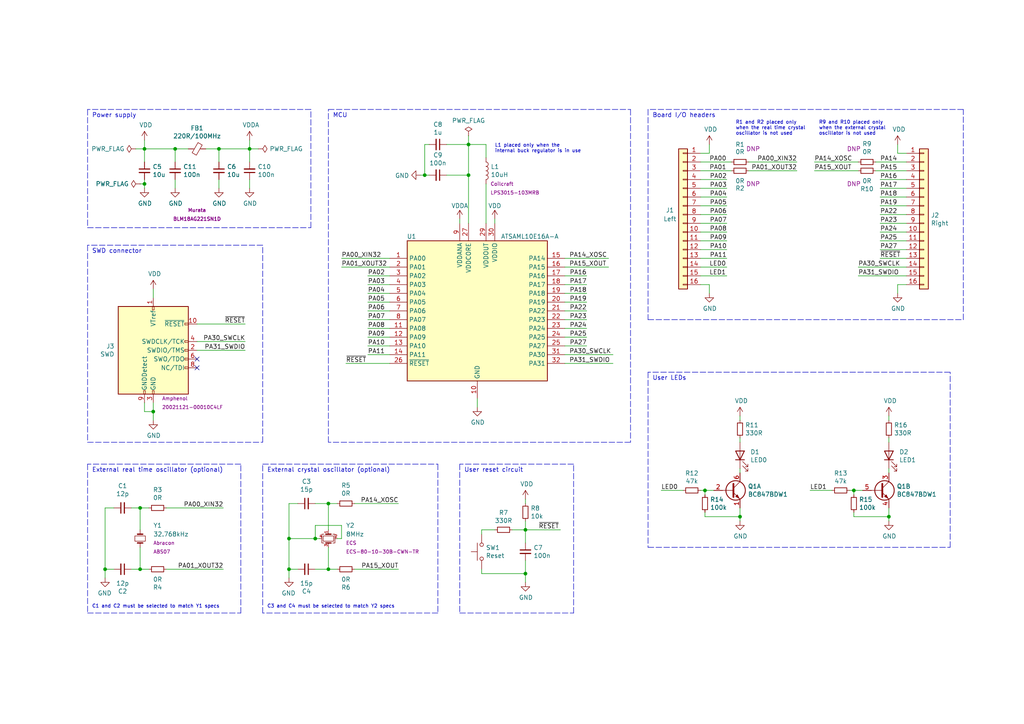
<source format=kicad_sch>
(kicad_sch (version 20211123) (generator eeschema)
  (paper "A4")
  (title_block (title "ATSAML1x Breakout Board") (date "2022-04-02") (rev "A") (comment 1 "Universal breakout board for ATMSAML1x MCUs") (comment 3 "© 2020 Michal Potrzebicz <michal@elevendroids.com>") (comment 4 "License: CC BY-SA 4.0"))
  (lib_symbols
    (symbol "Connector:Conn_ARM_JTAG_SWD_10" (pin_names (offset 1.016))
      (property "Reference" "J" (at -2.54 16.51 0))
      (property "Value" "Conn_ARM_JTAG_SWD_10" (at -2.54 13.97 0))
      (symbol "Conn_ARM_JTAG_SWD_10_0_1"
        (rectangle (start -10.16 12.7) (end 10.16 -12.7) (stroke (width 0.254)) (fill (type background)))
        (rectangle (start -2.794 -12.7) (end -2.286 -11.684))
        (rectangle (start -0.254 -12.7) (end 0.254 -11.684))
        (rectangle (start -0.254 12.7) (end 0.254 11.684))
        (rectangle (start 9.144 2.286) (end 10.16 2.794))
        (rectangle (start 10.16 -2.794) (end 9.144 -2.286))
        (rectangle (start 10.16 -0.254) (end 9.144 0.254))
        (rectangle (start 10.16 7.874) (end 9.144 7.366))
      )
      (symbol "Conn_ARM_JTAG_SWD_10_1_1"
        (rectangle (start 9.144 -5.334) (end 10.16 -4.826))
        (pin power_in line (at 0 15.24 270) (length 2.54) (name "VTref") (number "1"))
        (pin open_collector line (at 12.7 7.62 180) (length 2.54) (name "~{RESET}") (number "10"))
        (pin bidirectional line (at 12.7 0 180) (length 2.54) (name "SWDIO/TMS") (number "2"))
        (pin power_in line (at 0 -15.24 90) (length 2.54) (name "GND") (number "3"))
        (pin output line (at 12.7 2.54 180) (length 2.54) (name "SWDCLK/TCK") (number "4"))
        (pin passive line (at 0 -15.24 90) (length 2.54) hide (name "GND") (number "5"))
        (pin input line (at 12.7 -2.54 180) (length 2.54) (name "SWO/TDO") (number "6"))
        (pin no_connect line (at -10.16 0 0) (length 2.54) hide (name "KEY") (number "7"))
        (pin output line (at 12.7 -5.08 180) (length 2.54) (name "NC/TDI") (number "8"))
        (pin passive line (at -2.54 -15.24 90) (length 2.54) (name "GNDDetect") (number "9"))
      )
    )
    (symbol "Connector_Generic:Conn_01x16" (pin_names (offset 1.016) hide)
      (property "Reference" "J" (at 0 20.32 0))
      (property "Value" "Conn_01x16" (at 0 -22.86 0))
      (symbol "Conn_01x16_1_1"
        (rectangle (start -1.27 -20.193) (end 0 -20.447) (stroke (width 0.1524)))
        (rectangle (start -1.27 -17.653) (end 0 -17.907) (stroke (width 0.1524)))
        (rectangle (start -1.27 -15.113) (end 0 -15.367) (stroke (width 0.1524)))
        (rectangle (start -1.27 -12.573) (end 0 -12.827) (stroke (width 0.1524)))
        (rectangle (start -1.27 -10.033) (end 0 -10.287) (stroke (width 0.1524)))
        (rectangle (start -1.27 -7.493) (end 0 -7.747) (stroke (width 0.1524)))
        (rectangle (start -1.27 -4.953) (end 0 -5.207) (stroke (width 0.1524)))
        (rectangle (start -1.27 -2.413) (end 0 -2.667) (stroke (width 0.1524)))
        (rectangle (start -1.27 0.127) (end 0 -0.127) (stroke (width 0.1524)))
        (rectangle (start -1.27 2.667) (end 0 2.413) (stroke (width 0.1524)))
        (rectangle (start -1.27 5.207) (end 0 4.953) (stroke (width 0.1524)))
        (rectangle (start -1.27 7.747) (end 0 7.493) (stroke (width 0.1524)))
        (rectangle (start -1.27 10.287) (end 0 10.033) (stroke (width 0.1524)))
        (rectangle (start -1.27 12.827) (end 0 12.573) (stroke (width 0.1524)))
        (rectangle (start -1.27 15.367) (end 0 15.113) (stroke (width 0.1524)))
        (rectangle (start -1.27 17.907) (end 0 17.653) (stroke (width 0.1524)))
        (rectangle (start -1.27 19.05) (end 1.27 -21.59) (stroke (width 0.254)) (fill (type background)))
        (pin passive line (at -5.08 17.78 0) (length 3.81) (name "Pin_1") (number "1"))
        (pin passive line (at -5.08 -5.08 0) (length 3.81) (name "Pin_10") (number "10"))
        (pin passive line (at -5.08 -7.62 0) (length 3.81) (name "Pin_11") (number "11"))
        (pin passive line (at -5.08 -10.16 0) (length 3.81) (name "Pin_12") (number "12"))
        (pin passive line (at -5.08 -12.7 0) (length 3.81) (name "Pin_13") (number "13"))
        (pin passive line (at -5.08 -15.24 0) (length 3.81) (name "Pin_14") (number "14"))
        (pin passive line (at -5.08 -17.78 0) (length 3.81) (name "Pin_15") (number "15"))
        (pin passive line (at -5.08 -20.32 0) (length 3.81) (name "Pin_16") (number "16"))
        (pin passive line (at -5.08 15.24 0) (length 3.81) (name "Pin_2") (number "2"))
        (pin passive line (at -5.08 12.7 0) (length 3.81) (name "Pin_3") (number "3"))
        (pin passive line (at -5.08 10.16 0) (length 3.81) (name "Pin_4") (number "4"))
        (pin passive line (at -5.08 7.62 0) (length 3.81) (name "Pin_5") (number "5"))
        (pin passive line (at -5.08 5.08 0) (length 3.81) (name "Pin_6") (number "6"))
        (pin passive line (at -5.08 2.54 0) (length 3.81) (name "Pin_7") (number "7"))
        (pin passive line (at -5.08 0 0) (length 3.81) (name "Pin_8") (number "8"))
        (pin passive line (at -5.08 -2.54 0) (length 3.81) (name "Pin_9") (number "9"))
      )
    )
    (symbol "Device:C_Small" (pin_numbers hide) (pin_names (offset 0.254) hide)
      (property "Reference" "C" (at 0.254 1.778 0))
      (property "Value" "C_Small" (at 0.254 -2.032 0))
      (symbol "C_Small_0_1"
        (polyline (pts (xy -1.524 -0.508) (xy 1.524 -0.508)) (stroke (width 0.3302)))
        (polyline (pts (xy -1.524 0.508) (xy 1.524 0.508)) (stroke (width 0.3048)))
      )
      (symbol "C_Small_1_1"
        (pin passive line (at 0 2.54 270) (length 2.032) (name "~") (number "1"))
        (pin passive line (at 0 -2.54 90) (length 2.032) (name "~") (number "2"))
      )
    )
    (symbol "Device:Crystal_GND24_Small" (pin_names (offset 1.016) hide)
      (property "Reference" "Y" (at 1.27 4.445 0))
      (property "Value" "Crystal_GND24_Small" (at 1.27 2.54 0))
      (symbol "Crystal_GND24_Small_0_1"
        (rectangle (start -0.762 -1.524) (end 0.762 1.524))
        (polyline (pts (xy -1.27 -0.762) (xy -1.27 0.762)) (stroke (width 0.381)))
        (polyline (pts (xy 1.27 -0.762) (xy 1.27 0.762)) (stroke (width 0.381)))
        (polyline (pts (xy -1.27 -1.27) (xy -1.27 -1.905) (xy 1.27 -1.905) (xy 1.27 -1.27)))
        (polyline (pts (xy -1.27 1.27) (xy -1.27 1.905) (xy 1.27 1.905) (xy 1.27 1.27)))
      )
      (symbol "Crystal_GND24_Small_1_1"
        (pin passive line (at -2.54 0 0) (length 1.27) (name "1") (number "1"))
        (pin passive line (at 0 -2.54 90) (length 0.635) (name "2") (number "2"))
        (pin passive line (at 2.54 0 180) (length 1.27) (name "3") (number "3"))
        (pin passive line (at 0 2.54 270) (length 0.635) (name "4") (number "4"))
      )
    )
    (symbol "Device:Crystal_Small" (pin_numbers hide) (pin_names (offset 1.016) hide)
      (property "Reference" "Y" (at 0 2.54 0))
      (property "Value" "Crystal_Small" (at 0 -2.54 0))
      (symbol "Crystal_Small_0_1"
        (rectangle (start -0.762 -1.524) (end 0.762 1.524))
        (polyline (pts (xy -1.27 -0.762) (xy -1.27 0.762)) (stroke (width 0.381)))
        (polyline (pts (xy 1.27 -0.762) (xy 1.27 0.762)) (stroke (width 0.381)))
      )
      (symbol "Crystal_Small_1_1"
        (pin passive line (at -2.54 0 0) (length 1.27) (name "1") (number "1"))
        (pin passive line (at 2.54 0 180) (length 1.27) (name "2") (number "2"))
      )
    )
    (symbol "Device:FerriteBead_Small" (pin_numbers hide) (pin_names (offset 0))
      (property "Reference" "FB" (at 1.905 1.27 0))
      (property "Value" "FerriteBead_Small" (at 1.905 -1.27 0))
      (symbol "FerriteBead_Small_0_1"
        (polyline (pts (xy 0 -1.27) (xy 0 -0.7874)))
        (polyline (pts (xy 0 0.889) (xy 0 1.2954)))
        (polyline (pts (xy -1.8288 0.2794) (xy -1.1176 1.4986) (xy 1.8288 -0.2032) (xy 1.1176 -1.4224) (xy -1.8288 0.2794)))
      )
      (symbol "FerriteBead_Small_1_1"
        (pin passive line (at 0 2.54 270) (length 1.27) (name "~") (number "1"))
        (pin passive line (at 0 -2.54 90) (length 1.27) (name "~") (number "2"))
      )
    )
    (symbol "Device:L" (pin_numbers hide) (pin_names (offset 1.016) hide)
      (property "Reference" "L" (at -1.27 0 90))
      (property "Value" "L" (at 1.905 0 90))
      (symbol "L_0_1"
        (arc (start 0 -2.54) (mid 0.635 -1.905) (end 0 -1.27))
        (arc (start 0 -1.27) (mid 0.635 -0.635) (end 0 0))
        (arc (start 0 0) (mid 0.635 0.635) (end 0 1.27))
        (arc (start 0 1.27) (mid 0.635 1.905) (end 0 2.54))
      )
      (symbol "L_1_1"
        (pin passive line (at 0 3.81 270) (length 1.27) (name "1") (number "1"))
        (pin passive line (at 0 -3.81 90) (length 1.27) (name "2") (number "2"))
      )
    )
    (symbol "Device:LED" (pin_numbers hide) (pin_names (offset 1.016) hide)
      (property "Reference" "D" (at 0 2.54 0))
      (property "Value" "LED" (at 0 -2.54 0))
      (symbol "LED_0_1"
        (polyline (pts (xy -1.27 -1.27) (xy -1.27 1.27)) (stroke (width 0.254)))
        (polyline (pts (xy -1.27 0) (xy 1.27 0)))
        (polyline (pts (xy 1.27 -1.27) (xy 1.27 1.27) (xy -1.27 0) (xy 1.27 -1.27)) (stroke (width 0.254)))
        (polyline (pts (xy -3.048 -0.762) (xy -4.572 -2.286) (xy -3.81 -2.286) (xy -4.572 -2.286) (xy -4.572 -1.524)))
        (polyline (pts (xy -1.778 -0.762) (xy -3.302 -2.286) (xy -2.54 -2.286) (xy -3.302 -2.286) (xy -3.302 -1.524)))
      )
      (symbol "LED_1_1"
        (pin passive line (at -3.81 0 0) (length 2.54) (name "K") (number "1"))
        (pin passive line (at 3.81 0 180) (length 2.54) (name "A") (number "2"))
      )
    )
    (symbol "Device:R_Small" (pin_numbers hide) (pin_names (offset 0.254) hide)
      (property "Reference" "R" (at 0.762 0.508 0))
      (property "Value" "R_Small" (at 0.762 -1.016 0))
      (symbol "R_Small_0_1"
        (rectangle (start -0.762 1.778) (end 0.762 -1.778) (stroke (width 0.2032)))
      )
      (symbol "R_Small_1_1"
        (pin passive line (at 0 2.54 270) (length 0.762) (name "~") (number "1"))
        (pin passive line (at 0 -2.54 90) (length 0.762) (name "~") (number "2"))
      )
    )
    (symbol "Elevendroids_MCU_Microchip:ATSAML10E16A-A"
      (property "Reference" "U" (at -17.78 22.86 0))
      (property "Value" "ATSAML10E16A-A" (at -12.7 -22.86 0))
      (symbol "ATSAML10E16A-A_0_1"
        (rectangle (start -20.32 20.32) (end 20.32 -20.32) (stroke (width 0.254)) (fill (type background)))
      )
      (symbol "ATSAML10E16A-A_1_1"
        (pin bidirectional line (at -25.4 15.24 0) (length 5.08) (name "PA00") (number "1"))
        (pin power_in line (at 0 -25.4 90) (length 5.08) (name "GND") (number "10"))
        (pin bidirectional line (at -25.4 -5.08 0) (length 5.08) (name "PA08") (number "11"))
        (pin bidirectional line (at -25.4 -7.62 0) (length 5.08) (name "PA09") (number "12"))
        (pin bidirectional line (at -25.4 -10.16 0) (length 5.08) (name "PA10") (number "13"))
        (pin bidirectional line (at -25.4 -12.7 0) (length 5.08) (name "PA11") (number "14"))
        (pin bidirectional line (at 25.4 15.24 180) (length 5.08) (name "PA14") (number "15"))
        (pin bidirectional line (at 25.4 12.7 180) (length 5.08) (name "PA15") (number "16"))
        (pin bidirectional line (at 25.4 10.16 180) (length 5.08) (name "PA16") (number "17"))
        (pin bidirectional line (at 25.4 7.62 180) (length 5.08) (name "PA17") (number "18"))
        (pin bidirectional line (at 25.4 5.08 180) (length 5.08) (name "PA18") (number "19"))
        (pin bidirectional line (at -25.4 12.7 0) (length 5.08) (name "PA01") (number "2"))
        (pin bidirectional line (at 25.4 2.54 180) (length 5.08) (name "PA19") (number "20"))
        (pin bidirectional line (at 25.4 0 180) (length 5.08) (name "PA22") (number "21"))
        (pin bidirectional line (at 25.4 -2.54 180) (length 5.08) (name "PA23") (number "22"))
        (pin bidirectional line (at 25.4 -5.08 180) (length 5.08) (name "PA24") (number "23"))
        (pin bidirectional line (at 25.4 -7.62 180) (length 5.08) (name "PA25") (number "24"))
        (pin bidirectional line (at 25.4 -10.16 180) (length 5.08) (name "PA27") (number "25"))
        (pin input line (at -25.4 -15.24 0) (length 5.08) (name "~{RESET}") (number "26"))
        (pin power_in line (at -2.54 25.4 270) (length 5.08) (name "VDDCORE") (number "27"))
        (pin passive line (at 0 -25.4 90) (length 5.08) hide (name "GND") (number "28"))
        (pin power_out line (at 2.54 25.4 270) (length 5.08) (name "VDDOUT") (number "29"))
        (pin bidirectional line (at -25.4 10.16 0) (length 5.08) (name "PA02") (number "3"))
        (pin power_in line (at 5.08 25.4 270) (length 5.08) (name "VDDIO") (number "30"))
        (pin bidirectional line (at 25.4 -12.7 180) (length 5.08) (name "PA30") (number "31"))
        (pin bidirectional line (at 25.4 -15.24 180) (length 5.08) (name "PA31") (number "32"))
        (pin bidirectional line (at -25.4 7.62 0) (length 5.08) (name "PA03") (number "4"))
        (pin bidirectional line (at -25.4 5.08 0) (length 5.08) (name "PA04") (number "5"))
        (pin bidirectional line (at -25.4 2.54 0) (length 5.08) (name "PA05") (number "6"))
        (pin bidirectional line (at -25.4 0 0) (length 5.08) (name "PA06") (number "7"))
        (pin bidirectional line (at -25.4 -2.54 0) (length 5.08) (name "PA07") (number "8"))
        (pin power_in line (at -5.08 25.4 270) (length 5.08) (name "VDDANA") (number "9"))
      )
    )
    (symbol "Switch:SW_Push" (pin_numbers hide) (pin_names (offset 1.016) hide)
      (property "Reference" "SW" (at 1.27 2.54 0))
      (property "Value" "SW_Push" (at 0 -1.524 0))
      (symbol "SW_Push_0_1"
        (circle (center -2.032 0) (radius 0.508))
        (polyline (pts (xy 0 1.27) (xy 0 3.048)))
        (polyline (pts (xy 2.54 1.27) (xy -2.54 1.27)))
        (circle (center 2.032 0) (radius 0.508))
        (pin passive line (at -5.08 0 0) (length 2.54) (name "1") (number "1"))
        (pin passive line (at 5.08 0 180) (length 2.54) (name "2") (number "2"))
      )
    )
    (symbol "Transistor_BJT:BC847BDW1" (pin_names (offset 0) hide)
      (property "Reference" "Q" (at 5.08 1.27 0))
      (property "Value" "BC847BDW1" (at 5.08 -1.27 0))
      (symbol "BC847BDW1_0_1"
        (polyline (pts (xy 0.635 0) (xy -2.54 0)))
        (polyline (pts (xy 0.635 0.635) (xy 2.54 2.54)))
        (polyline (pts (xy 0.635 -0.635) (xy 2.54 -2.54) (xy 2.54 -2.54)))
        (polyline (pts (xy 0.635 1.905) (xy 0.635 -1.905) (xy 0.635 -1.905)) (stroke (width 0.508)))
        (polyline (pts (xy 1.27 -1.778) (xy 1.778 -1.27) (xy 2.286 -2.286) (xy 1.27 -1.778) (xy 1.27 -1.778)) (fill (type outline)))
        (circle (center 1.27 0) (radius 2.8194) (stroke (width 0.254)))
      )
      (symbol "BC847BDW1_1_1"
        (pin passive line (at 2.54 -5.08 90) (length 2.54) (name "E1") (number "1"))
        (pin input line (at -5.08 0 0) (length 2.54) (name "B1") (number "2"))
        (pin passive line (at 2.54 5.08 270) (length 2.54) (name "C1") (number "6"))
      )
      (symbol "BC847BDW1_2_1"
        (pin passive line (at 2.54 5.08 270) (length 2.54) (name "C2") (number "3"))
        (pin passive line (at 2.54 -5.08 90) (length 2.54) (name "E2") (number "4"))
        (pin input line (at -5.08 0 0) (length 2.54) (name "B2") (number "5"))
      )
    )
    (symbol "power:GND" (power) (pin_names (offset 0))
      (property "Value" "GND" (at 0 -3.81 0))
      (symbol "GND_0_1"
        (polyline (pts (xy 0 0) (xy 0 -1.27) (xy 1.27 -1.27) (xy 0 -2.54) (xy -1.27 -1.27) (xy 0 -1.27)))
      )
      (symbol "GND_1_1"
        (pin power_in line (at 0 0 270) (length 0) hide (name "GND") (number "1"))
      )
    )
    (symbol "power:PWR_FLAG" (power) (pin_numbers hide) (pin_names (offset 0) hide)
      (property "Value" "PWR_FLAG" (at 0 3.81 0))
      (symbol "PWR_FLAG_0_0"
        (pin power_out line (at 0 0 90) (length 0) (name "pwr") (number "1"))
      )
      (symbol "PWR_FLAG_0_1"
        (polyline (pts (xy 0 0) (xy 0 1.27) (xy -1.016 1.905) (xy 0 2.54) (xy 1.016 1.905) (xy 0 1.27)))
      )
    )
    (symbol "power:VDD" (power) (pin_names (offset 0))
      (property "Value" "VDD" (at 0 3.81 0))
      (symbol "VDD_0_1"
        (polyline (pts (xy -0.762 1.27) (xy 0 2.54)))
        (polyline (pts (xy 0 0) (xy 0 2.54)))
        (polyline (pts (xy 0 2.54) (xy 0.762 1.27)))
      )
      (symbol "VDD_1_1"
        (pin power_in line (at 0 0 90) (length 0) hide (name "VDD") (number "1"))
      )
    )
    (symbol "power:VDDA" (power) (pin_names (offset 0))
      (property "Value" "VDDA" (at 0 3.81 0))
      (symbol "VDDA_0_1"
        (polyline (pts (xy -0.762 1.27) (xy 0 2.54)))
        (polyline (pts (xy 0 0) (xy 0 2.54)))
        (polyline (pts (xy 0 2.54) (xy 0.762 1.27)))
      )
      (symbol "VDDA_1_1"
        (pin power_in line (at 0 0 90) (length 0) hide (name "VDDA") (number "1"))
      )
    )
  )
  (junction (at 135.89 50.8))
  (junction (at 40.64 147.32))
  (junction (at 91.44 156.21))
  (junction (at 135.89 41.91))
  (junction (at 95.25 165.1))
  (junction (at 72.39 43.18))
  (junction (at 30.48 165.1))
  (junction (at 83.82 156.21))
  (junction (at 95.25 146.05))
  (junction (at 44.45 119.38))
  (junction (at 257.81 149.86))
  (junction (at 152.4 166.37))
  (junction (at 83.82 165.1))
  (junction (at 41.91 53.34))
  (junction (at 41.91 43.18))
  (junction (at 204.47 142.24))
  (junction (at 247.65 142.24))
  (junction (at 50.8 43.18))
  (junction (at 214.63 149.86))
  (junction (at 63.5 43.18))
  (junction (at 40.64 165.1))
  (junction (at 123.19 50.8))
  (junction (at 152.4 153.67))
  (no_connect (at 57.15 104.14))
  (no_connect (at 57.15 106.68))
  (polyline (pts (xy 275.59 158.75) (xy 275.59 107.95)))
  (wire (pts (xy 203.2 142.24) (xy 204.47 142.24)))
  (wire (pts (xy 247.65 148.59) (xy 247.65 149.86)))
  (polyline (pts (xy 25.4 128.27) (xy 76.2 128.27)))
  (wire (pts (xy 113.03 85.09) (xy 106.68 85.09)))
  (polyline (pts (xy 187.96 158.75) (xy 275.59 158.75)))
  (wire (pts (xy 139.7 153.67) (xy 143.51 153.67)))
  (wire (pts (xy 214.63 147.32) (xy 214.63 149.86)))
  (wire (pts (xy 74.93 43.18) (xy 72.39 43.18)))
  (wire (pts (xy 262.89 72.39) (xy 255.27 72.39)))
  (wire (pts (xy 262.89 49.53) (xy 254 49.53)))
  (wire (pts (xy 262.89 64.77) (xy 255.27 64.77)))
  (wire (pts (xy 97.79 156.21) (xy 99.06 156.21)))
  (wire (pts (xy 203.2 67.31) (xy 210.82 67.31)))
  (wire (pts (xy 140.97 53.34) (xy 140.97 64.77)))
  (wire (pts (xy 63.5 52.07) (xy 63.5 54.61)))
  (wire (pts (xy 163.83 95.25) (xy 170.18 95.25)))
  (wire (pts (xy 163.83 105.41) (xy 177.8 105.41)))
  (wire (pts (xy 262.89 74.93) (xy 255.27 74.93)))
  (polyline (pts (xy 76.2 71.12) (xy 25.4 71.12)))
  (wire (pts (xy 262.89 67.31) (xy 255.27 67.31)))
  (polyline (pts (xy 133.35 134.62) (xy 133.35 177.8)))
  (wire (pts (xy 54.61 43.18) (xy 50.8 43.18)))
  (wire (pts (xy 113.03 97.79) (xy 106.68 97.79)))
  (wire (pts (xy 260.35 82.55) (xy 260.35 85.09)))
  (wire (pts (xy 260.35 44.45) (xy 262.89 44.45)))
  (wire (pts (xy 83.82 156.21) (xy 91.44 156.21)))
  (wire (pts (xy 135.89 50.8) (xy 135.89 41.91)))
  (wire (pts (xy 50.8 43.18) (xy 41.91 43.18)))
  (wire (pts (xy 41.91 52.07) (xy 41.91 53.34)))
  (wire (pts (xy 121.92 50.8) (xy 123.19 50.8)))
  (wire (pts (xy 247.65 149.86) (xy 257.81 149.86)))
  (wire (pts (xy 97.79 146.05) (xy 95.25 146.05)))
  (wire (pts (xy 203.2 59.69) (xy 210.82 59.69)))
  (wire (pts (xy 214.63 135.89) (xy 214.63 137.16)))
  (wire (pts (xy 39.37 43.18) (xy 41.91 43.18)))
  (wire (pts (xy 204.47 142.24) (xy 207.01 142.24)))
  (polyline (pts (xy 69.85 134.62) (xy 25.4 134.62)))
  (wire (pts (xy 214.63 149.86) (xy 214.63 151.13)))
  (wire (pts (xy 262.89 62.23) (xy 255.27 62.23)))
  (wire (pts (xy 41.91 119.38) (xy 44.45 119.38)))
  (wire (pts (xy 113.03 90.17) (xy 106.68 90.17)))
  (wire (pts (xy 163.83 85.09) (xy 170.18 85.09)))
  (wire (pts (xy 99.06 152.4) (xy 91.44 152.4)))
  (wire (pts (xy 40.64 165.1) (xy 38.1 165.1)))
  (wire (pts (xy 123.19 50.8) (xy 124.46 50.8)))
  (wire (pts (xy 246.38 142.24) (xy 247.65 142.24)))
  (wire (pts (xy 72.39 46.99) (xy 72.39 43.18)))
  (wire (pts (xy 63.5 43.18) (xy 63.5 46.99)))
  (wire (pts (xy 95.25 153.67) (xy 95.25 146.05)))
  (polyline (pts (xy 25.4 134.62) (xy 25.4 177.8)))
  (polyline (pts (xy 187.96 92.71) (xy 279.4 92.71)))
  (wire (pts (xy 214.63 127) (xy 214.63 128.27)))
  (wire (pts (xy 248.92 46.99) (xy 236.22 46.99)))
  (wire (pts (xy 113.03 102.87) (xy 106.68 102.87)))
  (wire (pts (xy 50.8 52.07) (xy 50.8 54.61)))
  (wire (pts (xy 262.89 54.61) (xy 255.27 54.61)))
  (wire (pts (xy 41.91 40.64) (xy 41.91 43.18)))
  (wire (pts (xy 203.2 72.39) (xy 210.82 72.39)))
  (wire (pts (xy 41.91 116.84) (xy 41.91 119.38)))
  (wire (pts (xy 257.81 127) (xy 257.81 128.27)))
  (wire (pts (xy 257.81 135.89) (xy 257.81 137.16)))
  (wire (pts (xy 43.18 165.1) (xy 40.64 165.1)))
  (wire (pts (xy 257.81 147.32) (xy 257.81 149.86)))
  (wire (pts (xy 163.83 82.55) (xy 170.18 82.55)))
  (wire (pts (xy 33.02 165.1) (xy 30.48 165.1)))
  (wire (pts (xy 95.25 146.05) (xy 91.44 146.05)))
  (wire (pts (xy 198.12 142.24) (xy 191.77 142.24)))
  (wire (pts (xy 241.3 142.24) (xy 234.95 142.24)))
  (wire (pts (xy 40.64 147.32) (xy 43.18 147.32)))
  (wire (pts (xy 203.2 74.93) (xy 210.82 74.93)))
  (polyline (pts (xy 133.35 177.8) (xy 166.37 177.8)))
  (wire (pts (xy 203.2 49.53) (xy 212.09 49.53)))
  (wire (pts (xy 152.4 153.67) (xy 162.56 153.67)))
  (wire (pts (xy 152.4 162.56) (xy 152.4 166.37)))
  (wire (pts (xy 113.03 100.33) (xy 106.68 100.33)))
  (wire (pts (xy 102.87 146.05) (xy 115.57 146.05)))
  (wire (pts (xy 135.89 64.77) (xy 135.89 50.8)))
  (wire (pts (xy 113.03 105.41) (xy 100.33 105.41)))
  (wire (pts (xy 163.83 80.01) (xy 170.18 80.01)))
  (wire (pts (xy 217.17 49.53) (xy 231.14 49.53)))
  (wire (pts (xy 95.25 165.1) (xy 95.25 158.75)))
  (wire (pts (xy 262.89 57.15) (xy 255.27 57.15)))
  (wire (pts (xy 133.35 63.5) (xy 133.35 64.77)))
  (wire (pts (xy 124.46 41.91) (xy 123.19 41.91)))
  (wire (pts (xy 203.2 82.55) (xy 205.74 82.55)))
  (wire (pts (xy 262.89 82.55) (xy 260.35 82.55)))
  (wire (pts (xy 203.2 64.77) (xy 210.82 64.77)))
  (wire (pts (xy 214.63 120.65) (xy 214.63 121.92)))
  (wire (pts (xy 72.39 40.64) (xy 72.39 43.18)))
  (wire (pts (xy 163.83 102.87) (xy 177.8 102.87)))
  (wire (pts (xy 152.4 144.78) (xy 152.4 146.05)))
  (wire (pts (xy 138.43 115.57) (xy 138.43 118.11)))
  (wire (pts (xy 86.36 146.05) (xy 83.82 146.05)))
  (wire (pts (xy 203.2 69.85) (xy 210.82 69.85)))
  (wire (pts (xy 257.81 120.65) (xy 257.81 121.92)))
  (wire (pts (xy 97.79 165.1) (xy 95.25 165.1)))
  (wire (pts (xy 152.4 153.67) (xy 152.4 151.13)))
  (wire (pts (xy 163.83 97.79) (xy 170.18 97.79)))
  (wire (pts (xy 44.45 116.84) (xy 44.45 119.38)))
  (wire (pts (xy 113.03 87.63) (xy 106.68 87.63)))
  (polyline (pts (xy 127 177.8) (xy 76.2 177.8)))
  (wire (pts (xy 247.65 143.51) (xy 247.65 142.24)))
  (polyline (pts (xy 166.37 134.62) (xy 133.35 134.62)))
  (wire (pts (xy 204.47 143.51) (xy 204.47 142.24)))
  (wire (pts (xy 262.89 59.69) (xy 255.27 59.69)))
  (wire (pts (xy 135.89 41.91) (xy 129.54 41.91)))
  (wire (pts (xy 57.15 93.98) (xy 71.12 93.98)))
  (polyline (pts (xy 279.4 92.71) (xy 279.4 31.75)))
  (wire (pts (xy 44.45 119.38) (xy 44.45 121.92)))
  (wire (pts (xy 57.15 101.6) (xy 71.12 101.6)))
  (polyline (pts (xy 25.4 66.04) (xy 90.17 66.04)))
  (wire (pts (xy 143.51 63.5) (xy 143.51 64.77)))
  (wire (pts (xy 203.2 46.99) (xy 212.09 46.99)))
  (wire (pts (xy 262.89 69.85) (xy 255.27 69.85)))
  (wire (pts (xy 30.48 147.32) (xy 33.02 147.32)))
  (wire (pts (xy 163.83 90.17) (xy 170.18 90.17)))
  (wire (pts (xy 203.2 57.15) (xy 210.82 57.15)))
  (wire (pts (xy 257.81 149.86) (xy 257.81 151.13)))
  (wire (pts (xy 91.44 165.1) (xy 95.25 165.1)))
  (wire (pts (xy 113.03 82.55) (xy 106.68 82.55)))
  (wire (pts (xy 254 46.99) (xy 262.89 46.99)))
  (polyline (pts (xy 166.37 177.8) (xy 166.37 134.62)))
  (wire (pts (xy 91.44 156.21) (xy 92.71 156.21)))
  (wire (pts (xy 40.64 53.34) (xy 41.91 53.34)))
  (wire (pts (xy 102.87 165.1) (xy 115.57 165.1)))
  (wire (pts (xy 203.2 80.01) (xy 210.82 80.01)))
  (wire (pts (xy 135.89 41.91) (xy 140.97 41.91)))
  (polyline (pts (xy 182.88 31.75) (xy 182.88 128.27)))
  (wire (pts (xy 203.2 52.07) (xy 210.82 52.07)))
  (polyline (pts (xy 76.2 128.27) (xy 76.2 71.12)))
  (wire (pts (xy 247.65 142.24) (xy 250.19 142.24)))
  (wire (pts (xy 123.19 41.91) (xy 123.19 50.8)))
  (wire (pts (xy 83.82 146.05) (xy 83.82 156.21)))
  (wire (pts (xy 86.36 165.1) (xy 83.82 165.1)))
  (wire (pts (xy 91.44 152.4) (xy 91.44 156.21)))
  (wire (pts (xy 248.92 49.53) (xy 236.22 49.53)))
  (wire (pts (xy 40.64 153.67) (xy 40.64 147.32)))
  (wire (pts (xy 83.82 156.21) (xy 83.82 165.1)))
  (wire (pts (xy 204.47 149.86) (xy 214.63 149.86)))
  (wire (pts (xy 48.26 147.32) (xy 64.77 147.32)))
  (wire (pts (xy 163.83 87.63) (xy 170.18 87.63)))
  (wire (pts (xy 41.91 46.99) (xy 41.91 43.18)))
  (polyline (pts (xy 95.25 31.75) (xy 182.88 31.75)))
  (wire (pts (xy 30.48 167.64) (xy 30.48 165.1)))
  (polyline (pts (xy 25.4 71.12) (xy 25.4 128.27)))
  (wire (pts (xy 44.45 83.82) (xy 44.45 86.36)))
  (wire (pts (xy 205.74 41.91) (xy 205.74 44.45)))
  (wire (pts (xy 40.64 147.32) (xy 38.1 147.32)))
  (wire (pts (xy 113.03 80.01) (xy 106.68 80.01)))
  (polyline (pts (xy 127 134.62) (xy 127 177.8)))
  (wire (pts (xy 205.74 44.45) (xy 203.2 44.45)))
  (wire (pts (xy 83.82 165.1) (xy 83.82 167.64)))
  (wire (pts (xy 113.03 77.47) (xy 99.06 77.47)))
  (polyline (pts (xy 182.88 128.27) (xy 95.25 128.27)))
  (wire (pts (xy 113.03 92.71) (xy 106.68 92.71)))
  (wire (pts (xy 41.91 53.34) (xy 41.91 54.61)))
  (wire (pts (xy 59.69 43.18) (xy 63.5 43.18)))
  (polyline (pts (xy 69.85 177.8) (xy 69.85 134.62)))
  (polyline (pts (xy 76.2 134.62) (xy 127 134.62)))
  (wire (pts (xy 50.8 46.99) (xy 50.8 43.18)))
  (wire (pts (xy 205.74 82.55) (xy 205.74 85.09)))
  (polyline (pts (xy 275.59 107.95) (xy 187.96 107.95)))
  (wire (pts (xy 163.83 74.93) (xy 176.53 74.93)))
  (wire (pts (xy 72.39 54.61) (xy 72.39 52.07)))
  (wire (pts (xy 135.89 39.37) (xy 135.89 41.91)))
  (wire (pts (xy 63.5 43.18) (xy 72.39 43.18)))
  (wire (pts (xy 57.15 99.06) (xy 71.12 99.06)))
  (polyline (pts (xy 187.96 107.95) (xy 187.96 158.75)))
  (wire (pts (xy 163.83 92.71) (xy 170.18 92.71)))
  (wire (pts (xy 129.54 50.8) (xy 135.89 50.8)))
  (wire (pts (xy 262.89 80.01) (xy 248.92 80.01)))
  (wire (pts (xy 163.83 77.47) (xy 176.53 77.47)))
  (wire (pts (xy 262.89 52.07) (xy 255.27 52.07)))
  (wire (pts (xy 217.17 46.99) (xy 231.14 46.99)))
  (wire (pts (xy 30.48 165.1) (xy 30.48 147.32)))
  (wire (pts (xy 139.7 154.94) (xy 139.7 153.67)))
  (wire (pts (xy 163.83 100.33) (xy 170.18 100.33)))
  (wire (pts (xy 113.03 74.93) (xy 99.06 74.93)))
  (wire (pts (xy 203.2 77.47) (xy 210.82 77.47)))
  (wire (pts (xy 203.2 54.61) (xy 210.82 54.61)))
  (polyline (pts (xy 25.4 177.8) (xy 69.85 177.8)))
  (wire (pts (xy 139.7 166.37) (xy 152.4 166.37)))
  (wire (pts (xy 204.47 148.59) (xy 204.47 149.86)))
  (wire (pts (xy 40.64 165.1) (xy 40.64 158.75)))
  (wire (pts (xy 113.03 95.25) (xy 106.68 95.25)))
  (polyline (pts (xy 90.17 31.75) (xy 25.4 31.75)))
  (polyline (pts (xy 279.4 31.75) (xy 187.96 31.75)))
  (wire (pts (xy 139.7 165.1) (xy 139.7 166.37)))
  (wire (pts (xy 148.59 153.67) (xy 152.4 153.67)))
  (wire (pts (xy 99.06 156.21) (xy 99.06 152.4)))
  (wire (pts (xy 140.97 41.91) (xy 140.97 45.72)))
  (wire (pts (xy 48.26 165.1) (xy 64.77 165.1)))
  (wire (pts (xy 152.4 153.67) (xy 152.4 157.48)))
  (wire (pts (xy 262.89 77.47) (xy 248.92 77.47)))
  (wire (pts (xy 152.4 166.37) (xy 152.4 168.91)))
  (polyline (pts (xy 90.17 66.04) (xy 90.17 31.75)))
  (polyline (pts (xy 76.2 177.8) (xy 76.2 134.62)))
  (polyline (pts (xy 95.25 128.27) (xy 95.25 31.75)))
  (wire (pts (xy 203.2 62.23) (xy 210.82 62.23)))
  (polyline (pts (xy 25.4 31.75) (xy 25.4 66.04)))
  (polyline (pts (xy 187.96 31.75) (xy 187.96 92.71)))
  (wire (pts (xy 260.35 41.91) (xy 260.35 44.45)))
  (text "L1 placed only when the\ninternal buck regulator is in use" (at 143.51 44.45 0) (effects (font (size 0.9906 0.9906)) (justify left bottom)))
  (text "MCU" (at 96.52 34.29 0) (effects (font (size 1.27 1.27)) (justify left bottom)))
  (text "Power supply" (at 26.67 34.29 0) (effects (font (size 1.27 1.27)) (justify left bottom)))
  (text "User LEDs" (at 189.23 110.49 0) (effects (font (size 1.27 1.27)) (justify left bottom)))
  (text "C3 and C4 must be selected to match Y2 specs" (at 77.47 176.53 0) (effects (font (size 0.9906 0.9906)) (justify left bottom)))
  (text "SWD connector" (at 26.67 73.66 0) (effects (font (size 1.27 1.27)) (justify left bottom)))
  (text "User reset circuit" (at 134.62 137.16 0) (effects (font (size 1.27 1.27)) (justify left bottom)))
  (text "Board I/O headers" (at 189.23 34.29 0) (effects (font (size 1.27 1.27)) (justify left bottom)))
  (text "R1 and R2 placed only\nwhen the real time crystal\noscillator is not used" (at 213.36 39.37 0) (effects (font (size 0.9906 0.9906)) (justify left bottom)))
  (text "C1 and C2 must be selected to match Y1 specs" (at 26.67 176.53 0) (effects (font (size 0.9906 0.9906)) (justify left bottom)))
  (text "R9 and R10 placed only\nwhen the external crystal\noscillator is not used" (at 237.49 39.37 0) (effects (font (size 0.9906 0.9906)) (justify left bottom)))
  (text "External real time oscillator (optional)" (at 26.67 137.16 0) (effects (font (size 1.27 1.27)) (justify left bottom)))
  (text "External crystal oscillator (optional)" (at 77.47 137.16 0) (effects (font (size 1.27 1.27)) (justify left bottom)))
  (label "PA08" (at 210.82 67.31 180))
  (label "PA07" (at 210.82 64.77 180))
  (label "PA15_XOUT" (at 236.22 49.53 0))
  (label "PA04" (at 210.82 57.15 180))
  (label "PA15_XOUT" (at 165.1 77.47 0))
  (label "PA16" (at 255.27 52.07 0))
  (label "PA00_XIN32" (at 64.77 147.32 180))
  (label "PA10" (at 106.68 100.33 0))
  (label "PA31_SWDIO" (at 71.12 101.6 180))
  (label "PA25" (at 170.18 97.79 180))
  (label "PA09" (at 210.82 69.85 180))
  (label "PA02" (at 106.68 80.01 0))
  (label "PA03" (at 210.82 54.61 180))
  (label "PA01" (at 205.74 49.53 0))
  (label "LED1" (at 205.74 80.01 0))
  (label "PA00" (at 205.74 46.99 0))
  (label "~{RESET}" (at 71.12 93.98 180))
  (label "PA25" (at 255.27 69.85 0))
  (label "~{RESET}" (at 100.33 105.41 0))
  (label "PA06" (at 106.68 90.17 0))
  (label "~{RESET}" (at 255.27 74.93 0))
  (label "PA01_XOUT32" (at 99.06 77.47 0))
  (label "PA24" (at 170.18 95.25 180))
  (label "PA22" (at 255.27 62.23 0))
  (label "PA31_SWDIO" (at 165.1 105.41 0))
  (label "PA27" (at 170.18 100.33 180))
  (label "PA07" (at 106.68 92.71 0))
  (label "PA09" (at 106.68 97.79 0))
  (label "PA04" (at 106.68 85.09 0))
  (label "PA17" (at 170.18 82.55 180))
  (label "PA15_XOUT" (at 115.57 165.1 180))
  (label "PA00_XIN32" (at 99.06 74.93 0))
  (label "PA02" (at 210.82 52.07 180))
  (label "PA11" (at 210.82 74.93 180))
  (label "PA31_SWDIO" (at 248.92 80.01 0))
  (label "PA05" (at 106.68 87.63 0))
  (label "PA27" (at 255.27 72.39 0))
  (label "PA22" (at 170.18 90.17 180))
  (label "PA08" (at 106.68 95.25 0))
  (label "PA23" (at 170.18 92.71 180))
  (label "PA14_XOSC" (at 165.1 74.93 0))
  (label "LED0" (at 205.74 77.47 0))
  (label "PA10" (at 210.82 72.39 180))
  (label "PA30_SWCLK" (at 248.92 77.47 0))
  (label "PA01_XOUT32" (at 231.14 49.53 180))
  (label "LED1" (at 234.95 142.24 0))
  (label "PA06" (at 210.82 62.23 180))
  (label "PA14_XOSC" (at 236.22 46.99 0))
  (label "PA15" (at 255.27 49.53 0))
  (label "PA16" (at 170.18 80.01 180))
  (label "PA14" (at 255.27 46.99 0))
  (label "PA11" (at 106.68 102.87 0))
  (label "PA05" (at 210.82 59.69 180))
  (label "PA30_SWCLK" (at 165.1 102.87 0))
  (label "PA14_XOSC" (at 115.57 146.05 180))
  (label "~{RESET}" (at 156.21 153.67 0))
  (label "PA00_XIN32" (at 231.14 46.99 180))
  (label "PA19" (at 170.18 87.63 180))
  (label "PA18" (at 170.18 85.09 180))
  (label "PA24" (at 255.27 67.31 0))
  (label "PA23" (at 255.27 64.77 0))
  (label "LED0" (at 191.77 142.24 0))
  (label "PA19" (at 255.27 59.69 0))
  (label "PA01_XOUT32" (at 64.77 165.1 180))
  (label "PA18" (at 255.27 57.15 0))
  (label "PA03" (at 106.68 82.55 0))
  (label "PA17" (at 255.27 54.61 0))
  (label "PA30_SWCLK" (at 71.12 99.06 180))
  (symbol (lib_id "Elevendroids_MCU_Microchip:ATSAML10E16A-A") (at 138.43 90.17 0) (unit 1)
    (property "Reference" "U1" (at 119.38 68.58 0))
    (property "Value" "ATSAML10E16A-A" (at 153.67 68.58 0))
    (property "Footprint" "Package_QFP:TQFP-32_7x7mm_P0.8mm" (effects hide))
    (property "Datasheet" "http://ww1.microchip.com/downloads/en/DeviceDoc/SAM-L10L11-Family-DataSheet-DS60001513F.pdf" (effects hide))
  )
  (symbol (lib_id "Connector:Conn_ARM_JTAG_SWD_10") (at 44.45 101.6 0) (unit 1)
    (property "Reference" "J3" (at 33.1978 100.4316 0) (effects (justify right)))
    (property "Value" "SWD" (at 33.1978 102.743 0) (effects (justify right)))
    (property "Footprint" "Connector_PinHeader_1.27mm:PinHeader_2x05_P1.27mm_Vertical_SMD" (effects hide))
    (property "Datasheet" "http://infocenter.arm.com/help/topic/com.arm.doc.ddi0314h/DDI0314H_coresight_components_trm.pdf" (effects hide))
    (property "MFR" "Amphenol" (at 46.99 115.57 0) (effects (font (size 1.016 1.016)) (justify left)))
    (property "MPN" "20021121-00010C4LF" (at 46.99 118.11 0) (effects (font (size 1.016 1.016)) (justify left)))
  )
  (symbol (lib_id "power:GND") (at 44.45 121.92 0) (unit 1)
    (property "Reference" "#PWR020" (effects hide))
    (property "Value" "GND" (at 44.577 126.3142 0))
  )
  (symbol (lib_id "power:VDD") (at 44.45 83.82 0) (unit 1)
    (property "Reference" "#PWR019" (effects hide))
    (property "Value" "VDD" (at 44.831 79.4258 0))
  )
  (symbol (lib_id "Device:Crystal_Small") (at 40.64 156.21 270) (mirror x) (unit 1)
    (property "Reference" "Y1" (at 44.45 152.4 90) (effects (justify left)))
    (property "Value" "32.768kHz" (at 44.45 154.94 90) (effects (justify left)))
    (property "Footprint" "Crystal:Crystal_SMD_3215-2Pin_3.2x1.5mm" (effects hide))
    (property "MFR" "Abracon" (at 44.45 157.48 90) (effects (font (size 1.016 1.016)) (justify left)))
    (property "MPN" "ABS07" (at 44.45 160.02 90) (effects (font (size 1.016 1.016)) (justify left)))
  )
  (symbol (lib_id "Device:Crystal_GND24_Small") (at 95.25 156.21 90) (mirror x) (unit 1)
    (property "Reference" "Y2" (at 100.33 152.4 90) (effects (justify right)))
    (property "Value" "8MHz" (at 100.33 154.94 90) (effects (justify right)))
    (property "Footprint" "Crystal:Crystal_SMD_5032-4Pin_5.0x3.2mm" (effects hide))
    (property "Datasheet" "https://ecsxtal.com/store/pdf/ecx_53b.pdf" (effects hide))
    (property "MFR" "ECS" (at 100.33 157.48 90) (effects (font (size 1.016 1.016)) (justify right)))
    (property "MPN" "ECS-80-10-30B-CWN-TR" (at 100.33 160.02 90) (effects (font (size 1.016 1.016)) (justify right)))
  )
  (symbol (lib_id "Device:C_Small") (at 88.9 146.05 90) (mirror x) (unit 1)
    (property "Reference" "C3" (at 88.9 139.6492 90))
    (property "Value" "15p" (at 88.9 141.9606 90))
    (property "Footprint" "Capacitor_SMD:C_0603_1608Metric" (effects hide))
  )
  (symbol (lib_id "Device:C_Small") (at 88.9 165.1 270) (unit 1)
    (property "Reference" "C4" (at 88.9 171.5008 90))
    (property "Value" "15p" (at 88.9 169.1894 90))
    (property "Footprint" "Capacitor_SMD:C_0603_1608Metric" (effects hide))
  )
  (symbol (lib_id "power:GND") (at 83.82 167.64 0) (mirror y) (unit 1)
    (property "Reference" "#PWR02" (effects hide))
    (property "Value" "GND" (at 83.693 172.0342 0))
  )
  (symbol (lib_id "Switch:SW_Push") (at 139.7 160.02 90) (unit 1)
    (property "Reference" "SW1" (at 140.9192 158.8516 90) (effects (justify right)))
    (property "Value" "Reset" (at 140.9192 161.163 90) (effects (justify right)))
    (property "Footprint" "Button_Switch_SMD:SW_SPST_CK_RS282G05A3" (effects hide))
  )
  (symbol (lib_id "Device:R_Small") (at 146.05 153.67 270) (unit 1)
    (property "Reference" "R7" (at 146.05 148.6916 90))
    (property "Value" "330R" (at 146.05 151.003 90))
    (property "Footprint" "Resistor_SMD:R_0603_1608Metric" (effects hide))
  )
  (symbol (lib_id "Device:R_Small") (at 152.4 148.59 180) (unit 1)
    (property "Reference" "R8" (at 153.8986 147.4216 0) (effects (justify right)))
    (property "Value" "10k" (at 153.8986 149.733 0) (effects (justify right)))
    (property "Footprint" "Resistor_SMD:R_0603_1608Metric" (effects hide))
  )
  (symbol (lib_id "power:GND") (at 152.4 168.91 0) (unit 1)
    (property "Reference" "#PWR010" (effects hide))
    (property "Value" "GND" (at 152.527 173.3042 0))
  )
  (symbol (lib_id "power:GND") (at 138.43 118.11 0) (unit 1)
    (property "Reference" "#PWR014" (effects hide))
    (property "Value" "GND" (at 138.557 122.5042 0))
  )
  (symbol (lib_id "Device:LED") (at 214.63 132.08 90) (unit 1)
    (property "Reference" "D1" (at 217.6272 131.0894 90) (effects (justify right)))
    (property "Value" "LED0" (at 217.6272 133.4008 90) (effects (justify right)))
    (property "Footprint" "LED_SMD:LED_0805_2012Metric" (effects hide))
  )
  (symbol (lib_id "Device:R_Small") (at 214.63 124.46 0) (unit 1)
    (property "Reference" "R11" (at 216.1286 123.2916 0) (effects (justify left)))
    (property "Value" "330R" (at 216.1286 125.603 0) (effects (justify left)))
    (property "Footprint" "Resistor_SMD:R_0603_1608Metric" (effects hide))
  )
  (symbol (lib_id "power:VDD") (at 152.4 144.78 0) (unit 1)
    (property "Reference" "#PWR09" (effects hide))
    (property "Value" "VDD" (at 152.781 140.3858 0))
  )
  (symbol (lib_id "Device:R_Small") (at 45.72 147.32 270) (unit 1)
    (property "Reference" "R3" (at 45.72 142.0622 90))
    (property "Value" "0R" (at 45.72 144.3736 90))
    (property "Footprint" "Resistor_SMD:R_0402_1005Metric" (effects hide))
  )
  (symbol (lib_id "Device:R_Small") (at 45.72 165.1 90) (mirror x) (unit 1)
    (property "Reference" "R4" (at 45.72 170.3578 90))
    (property "Value" "0R" (at 45.72 168.0464 90))
    (property "Footprint" "Resistor_SMD:R_0402_1005Metric" (effects hide))
  )
  (symbol (lib_id "Device:R_Small") (at 100.33 146.05 90) (mirror x) (unit 1)
    (property "Reference" "R5" (at 100.33 140.7922 90))
    (property "Value" "0R" (at 100.33 143.1036 90))
    (property "Footprint" "Resistor_SMD:R_0402_1005Metric" (effects hide))
  )
  (symbol (lib_id "Device:R_Small") (at 100.33 165.1 90) (unit 1)
    (property "Reference" "R6" (at 100.33 170.3578 90))
    (property "Value" "0R" (at 100.33 168.0464 90))
    (property "Footprint" "Resistor_SMD:R_0402_1005Metric" (effects hide))
  )
  (symbol (lib_id "Device:C_Small") (at 152.4 160.02 0) (unit 1)
    (property "Reference" "C7" (at 154.7368 158.8516 0) (effects (justify left)))
    (property "Value" "100n" (at 154.7368 161.163 0) (effects (justify left)))
    (property "Footprint" "Capacitor_SMD:C_0603_1608Metric" (effects hide))
  )
  (symbol (lib_id "Device:C_Small") (at 127 50.8 270) (unit 1)
    (property "Reference" "C9" (at 127 44.9834 90))
    (property "Value" "100n" (at 127 47.2948 90))
    (property "Footprint" "Capacitor_SMD:C_0603_1608Metric" (effects hide))
  )
  (symbol (lib_id "Device:C_Small") (at 127 41.91 270) (unit 1)
    (property "Reference" "C8" (at 127 36.0934 90))
    (property "Value" "1u" (at 127 38.4048 90))
    (property "Footprint" "Capacitor_SMD:C_0603_1608Metric" (effects hide))
  )
  (symbol (lib_id "power:GND") (at 121.92 50.8 270) (unit 1)
    (property "Reference" "#PWR011" (effects hide))
    (property "Value" "GND" (at 118.6688 50.927 90) (effects (justify right)))
  )
  (symbol (lib_id "Device:L") (at 140.97 49.53 0) (unit 1)
    (property "Reference" "L1" (at 142.3162 48.3616 0) (effects (justify left)))
    (property "Value" "10uH" (at 142.3162 50.673 0) (effects (justify left)))
    (property "Footprint" "Elevendroids_Inductor_SMD:L_Coilcraft_LPS3015" (effects hide))
    (property "MPN" "LPS3015-103MRB" (at 142.24 55.88 0) (effects (font (size 1.016 1.016)) (justify left)))
    (property "MFR" "Coilcraft" (at 142.24 53.34 0) (effects (font (size 1.016 1.016)) (justify left)))
  )
  (symbol (lib_id "Device:C_Small") (at 41.91 49.53 0) (unit 1)
    (property "Reference" "C5" (at 44.2468 48.3616 0) (effects (justify left)))
    (property "Value" "10u" (at 44.2468 50.673 0) (effects (justify left)))
    (property "Footprint" "Capacitor_SMD:C_0805_2012Metric" (effects hide))
  )
  (symbol (lib_id "Device:C_Small") (at 63.5 49.53 0) (unit 1)
    (property "Reference" "C6" (at 65.8368 48.3616 0) (effects (justify left)))
    (property "Value" "10u" (at 65.8368 50.673 0) (effects (justify left)))
    (property "Footprint" "Capacitor_SMD:C_0805_2012Metric" (effects hide))
  )
  (symbol (lib_id "power:GND") (at 41.91 54.61 0) (unit 1)
    (property "Reference" "#PWR06" (effects hide))
    (property "Value" "GND" (at 42.037 59.0042 0))
  )
  (symbol (lib_id "power:GND") (at 63.5 54.61 0) (unit 1)
    (property "Reference" "#PWR08" (effects hide))
    (property "Value" "GND" (at 63.627 59.0042 0))
  )
  (symbol (lib_id "Device:FerriteBead_Small") (at 57.15 43.18 270) (unit 1)
    (property "Reference" "FB1" (at 57.15 37.1602 90))
    (property "Value" "220R/100MHz" (at 57.15 39.4716 90))
    (property "Footprint" "Inductor_SMD:L_0603_1608Metric" (effects hide))
    (property "MPN" "BLM18AG221SN1D" (at 57.15 63.5 90) (effects (font (size 1.016 1.016))))
    (property "MFR" "Murata" (at 57.15 60.96 90) (effects (font (size 1.016 1.016))))
  )
  (symbol (lib_id "power:GND") (at 214.63 151.13 0) (unit 1)
    (property "Reference" "#PWR022" (effects hide))
    (property "Value" "GND" (at 214.757 155.5242 0))
  )
  (symbol (lib_id "Device:C_Small") (at 50.8 49.53 0) (unit 1)
    (property "Reference" "C11" (at 53.1368 48.3616 0) (effects (justify left)))
    (property "Value" "100n" (at 53.1368 50.673 0) (effects (justify left)))
    (property "Footprint" "Capacitor_SMD:C_0603_1608Metric" (effects hide))
  )
  (symbol (lib_id "Device:C_Small") (at 72.39 49.53 180) (unit 1)
    (property "Reference" "C10" (at 74.7268 48.3616 0) (effects (justify right)))
    (property "Value" "100n" (at 74.7268 50.673 0) (effects (justify right)))
    (property "Footprint" "Capacitor_SMD:C_0603_1608Metric" (effects hide))
  )
  (symbol (lib_id "Device:R_Small") (at 204.47 146.05 0) (unit 1)
    (property "Reference" "R14" (at 205.9686 144.8816 0) (effects (justify left)))
    (property "Value" "100k" (at 205.9686 147.193 0) (effects (justify left)))
    (property "Footprint" "Resistor_SMD:R_0603_1608Metric" (effects hide))
  )
  (symbol (lib_id "power:GND") (at 72.39 54.61 0) (unit 1)
    (property "Reference" "#PWR016" (effects hide))
    (property "Value" "GND" (at 72.517 59.0042 0))
  )
  (symbol (lib_id "Device:R_Small") (at 200.66 142.24 270) (unit 1)
    (property "Reference" "R12" (at 200.66 137.2616 90))
    (property "Value" "47k" (at 200.66 139.573 90))
    (property "Footprint" "Resistor_SMD:R_0603_1608Metric" (effects hide))
  )
  (symbol (lib_id "power:GND") (at 50.8 54.61 0) (unit 1)
    (property "Reference" "#PWR012" (effects hide))
    (property "Value" "GND" (at 50.927 59.0042 0))
  )
  (symbol (lib_id "power:VDD") (at 214.63 120.65 0) (unit 1)
    (property "Reference" "#PWR021" (effects hide))
    (property "Value" "VDD" (at 215.011 116.2558 0))
  )
  (symbol (lib_id "Transistor_BJT:BC847BDW1") (at 212.09 142.24 0) (unit 1)
    (property "Reference" "Q1" (at 216.916 141.0716 0) (effects (justify left)))
    (property "Value" "BC847BDW1" (at 216.916 143.383 0) (effects (justify left)))
    (property "Footprint" "Package_TO_SOT_SMD:SOT-363_SC-70-6" (effects hide))
    (property "Datasheet" "http://www.onsemi.com/pub_link/Collateral/BC846BDW1T1-D.PDF" (effects hide))
  )
  (symbol (lib_id "Transistor_BJT:BC847BDW1") (at 255.27 142.24 0) (unit 2)
    (property "Reference" "Q1" (at 260.096 141.0716 0) (effects (justify left)))
    (property "Value" "BC847BDW1" (at 260.096 143.383 0) (effects (justify left)))
    (property "Footprint" "Package_TO_SOT_SMD:SOT-363_SC-70-6" (effects hide))
    (property "Datasheet" "http://www.onsemi.com/pub_link/Collateral/BC846BDW1T1-D.PDF" (effects hide))
  )
  (symbol (lib_id "power:VDD") (at 41.91 40.64 0) (unit 1)
    (property "Reference" "#PWR05" (effects hide))
    (property "Value" "VDD" (at 42.291 36.2458 0))
  )
  (symbol (lib_id "Device:LED") (at 257.81 132.08 90) (unit 1)
    (property "Reference" "D2" (at 260.8072 131.0894 90) (effects (justify right)))
    (property "Value" "LED1" (at 260.8072 133.4008 90) (effects (justify right)))
    (property "Footprint" "LED_SMD:LED_0805_2012Metric" (effects hide))
  )
  (symbol (lib_id "Device:R_Small") (at 257.81 124.46 0) (unit 1)
    (property "Reference" "R16" (at 259.3086 123.2916 0) (effects (justify left)))
    (property "Value" "330R" (at 259.3086 125.603 0) (effects (justify left)))
    (property "Footprint" "Resistor_SMD:R_0603_1608Metric" (effects hide))
  )
  (symbol (lib_id "power:GND") (at 257.81 151.13 0) (unit 1)
    (property "Reference" "#PWR024" (effects hide))
    (property "Value" "GND" (at 257.937 155.5242 0))
  )
  (symbol (lib_id "Device:R_Small") (at 247.65 146.05 0) (unit 1)
    (property "Reference" "R15" (at 249.1486 144.8816 0) (effects (justify left)))
    (property "Value" "100k" (at 249.1486 147.193 0) (effects (justify left)))
    (property "Footprint" "Resistor_SMD:R_0603_1608Metric" (effects hide))
  )
  (symbol (lib_id "Device:R_Small") (at 243.84 142.24 270) (unit 1)
    (property "Reference" "R13" (at 243.84 137.2616 90))
    (property "Value" "47k" (at 243.84 139.573 90))
    (property "Footprint" "Resistor_SMD:R_0603_1608Metric" (effects hide))
  )
  (symbol (lib_id "power:VDD") (at 257.81 120.65 0) (unit 1)
    (property "Reference" "#PWR023" (effects hide))
    (property "Value" "VDD" (at 258.191 116.2558 0))
  )
  (symbol (lib_id "power:VDDA") (at 133.35 63.5 0) (unit 1)
    (property "Reference" "#PWR013" (effects hide))
    (property "Value" "VDDA" (at 133.35 59.69 0))
  )
  (symbol (lib_id "power:VDD") (at 143.51 63.5 0) (unit 1)
    (property "Reference" "#PWR015" (effects hide))
    (property "Value" "VDD" (at 143.51 59.69 0))
  )
  (symbol (lib_id "power:VDDA") (at 72.39 40.64 0) (unit 1)
    (property "Reference" "#PWR07" (effects hide))
    (property "Value" "VDDA" (at 72.771 36.2458 0))
  )
  (symbol (lib_id "power:PWR_FLAG") (at 39.37 43.18 90) (unit 1)
    (property "Reference" "#FLG0101" (effects hide))
    (property "Value" "PWR_FLAG" (at 36.1442 43.18 90) (effects (justify left)))
  )
  (symbol (lib_id "power:PWR_FLAG") (at 40.64 53.34 90) (unit 1)
    (property "Reference" "#FLG0102" (effects hide))
    (property "Value" "PWR_FLAG" (at 37.3888 53.34 90) (effects (justify left)))
  )
  (symbol (lib_id "Connector_Generic:Conn_01x16") (at 198.12 62.23 0) (mirror y) (unit 1)
    (property "Reference" "J1" (at 194.31 60.96 0))
    (property "Value" "Left" (at 194.31 63.5 0))
    (property "Footprint" "Connector_PinHeader_2.54mm:PinHeader_1x16_P2.54mm_Vertical" (effects hide))
  )
  (symbol (lib_id "Connector_Generic:Conn_01x16") (at 267.97 62.23 0) (unit 1)
    (property "Reference" "J2" (at 270.002 62.4332 0) (effects (justify left)))
    (property "Value" "Right" (at 270.002 64.7446 0) (effects (justify left)))
    (property "Footprint" "Connector_PinHeader_2.54mm:PinHeader_1x16_P2.54mm_Vertical" (effects hide))
  )
  (symbol (lib_id "power:PWR_FLAG") (at 74.93 43.18 270) (unit 1)
    (property "Reference" "#FLG0103" (effects hide))
    (property "Value" "PWR_FLAG" (at 78.1812 43.18 90) (effects (justify left)))
  )
  (symbol (lib_id "power:PWR_FLAG") (at 135.89 39.37 0) (unit 1)
    (property "Reference" "#FLG0104" (effects hide))
    (property "Value" "PWR_FLAG" (at 135.89 34.9758 0))
  )
  (symbol (lib_id "power:VDD") (at 205.74 41.91 0) (unit 1)
    (property "Reference" "#PWR04" (effects hide))
    (property "Value" "VDD" (at 206.121 37.5158 0))
  )
  (symbol (lib_id "power:GND") (at 205.74 85.09 0) (unit 1)
    (property "Reference" "#PWR03" (effects hide))
    (property "Value" "GND" (at 205.867 89.4842 0))
  )
  (symbol (lib_id "Device:R_Small") (at 214.63 49.53 270) (mirror x) (unit 1)
    (property "Reference" "R2" (at 214.63 54.61 90))
    (property "Value" "0R" (at 214.63 52.4764 90))
    (property "Footprint" "Resistor_SMD:R_0402_1005Metric" (effects hide))
    (property "DNP" "DNP" (at 218.44 53.34 90))
  )
  (symbol (lib_id "Device:R_Small") (at 214.63 46.99 270) (unit 1)
    (property "Reference" "R1" (at 214.63 41.91 90))
    (property "Value" "0R" (at 214.63 44.0436 90))
    (property "Footprint" "Resistor_SMD:R_0402_1005Metric" (effects hide))
    (property "DNP" "DNP" (at 218.44 43.18 90))
  )
  (symbol (lib_id "power:VDD") (at 260.35 41.91 0) (unit 1)
    (property "Reference" "#PWR017" (effects hide))
    (property "Value" "VDD" (at 260.731 37.5158 0))
  )
  (symbol (lib_id "Device:R_Small") (at 251.46 49.53 270) (mirror x) (unit 1)
    (property "Reference" "R10" (at 251.46 54.7878 90))
    (property "Value" "0R" (at 251.46 52.4764 90))
    (property "Footprint" "Resistor_SMD:R_0402_1005Metric" (effects hide))
    (property "DNP" "DNP" (at 247.65 53.34 90))
  )
  (symbol (lib_id "Device:R_Small") (at 251.46 46.99 270) (unit 1)
    (property "Reference" "R9" (at 251.46 41.7322 90))
    (property "Value" "0R" (at 251.46 44.0436 90))
    (property "Footprint" "Resistor_SMD:R_0402_1005Metric" (effects hide))
    (property "DNP" "DNP" (at 247.65 43.18 90))
  )
  (symbol (lib_id "power:GND") (at 260.35 85.09 0) (unit 1)
    (property "Reference" "#PWR018" (effects hide))
    (property "Value" "GND" (at 260.477 89.4842 0))
  )
  (symbol (lib_id "Device:C_Small") (at 35.56 147.32 90) (mirror x) (unit 1)
    (property "Reference" "C1" (at 35.56 140.9192 90))
    (property "Value" "12p" (at 35.56 143.2306 90))
    (property "Footprint" "Capacitor_SMD:C_0603_1608Metric" (effects hide))
  )
  (symbol (lib_id "Device:C_Small") (at 35.56 165.1 270) (unit 1)
    (property "Reference" "C2" (at 35.56 171.5008 90))
    (property "Value" "12p" (at 35.56 169.1894 90))
    (property "Footprint" "Capacitor_SMD:C_0603_1608Metric" (effects hide))
  )
  (symbol (lib_id "power:GND") (at 30.48 167.64 0) (mirror y) (unit 1)
    (property "Reference" "#PWR01" (effects hide))
    (property "Value" "GND" (at 30.353 172.0342 0))
  )
)
</source>
